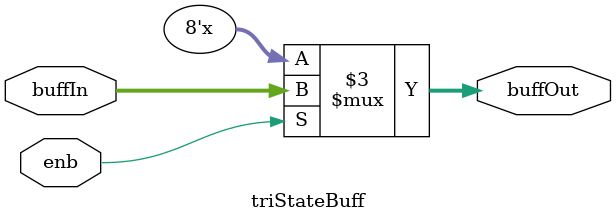
<source format=v>
`timescale 1ns / 1ps
module triStateBuff #(parameter W = 8) (
    input      [W-1:0] buffIn,
    output reg [W-1:0] buffOut,
    input enb			//Active High
    );

	always @(*)
		if(enb)
			buffOut = buffIn;
		else
			buffOut = 16'hzz;
			
endmodule
</source>
